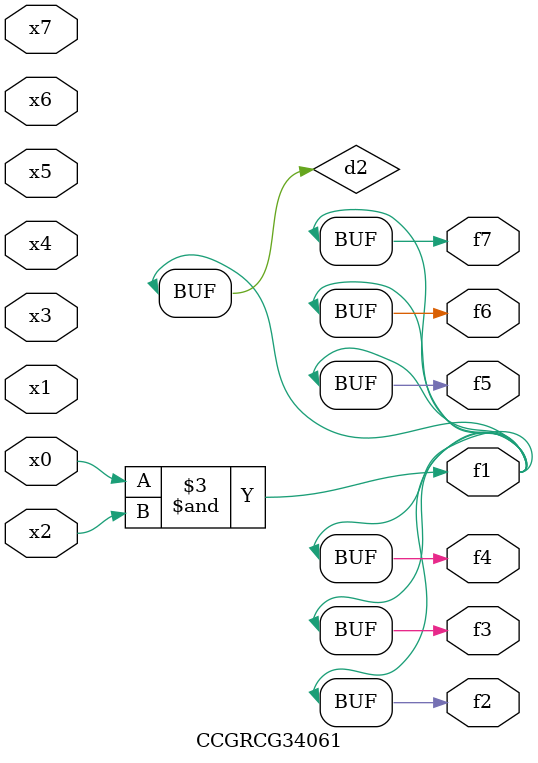
<source format=v>
module CCGRCG34061(
	input x0, x1, x2, x3, x4, x5, x6, x7,
	output f1, f2, f3, f4, f5, f6, f7
);

	wire d1, d2;

	nor (d1, x3, x6);
	and (d2, x0, x2);
	assign f1 = d2;
	assign f2 = d2;
	assign f3 = d2;
	assign f4 = d2;
	assign f5 = d2;
	assign f6 = d2;
	assign f7 = d2;
endmodule

</source>
